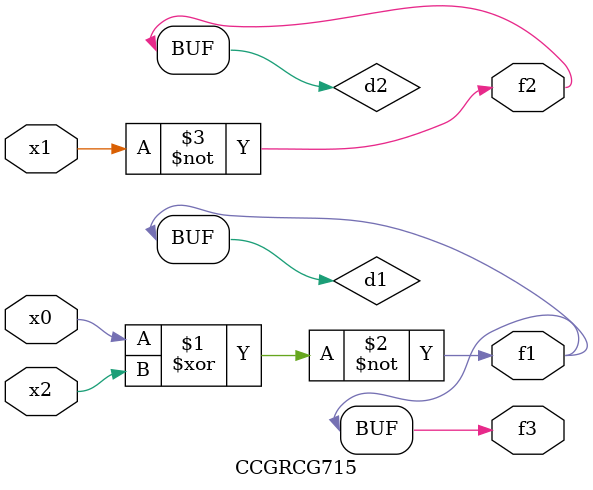
<source format=v>
module CCGRCG715(
	input x0, x1, x2,
	output f1, f2, f3
);

	wire d1, d2, d3;

	xnor (d1, x0, x2);
	nand (d2, x1);
	nor (d3, x1, x2);
	assign f1 = d1;
	assign f2 = d2;
	assign f3 = d1;
endmodule

</source>
